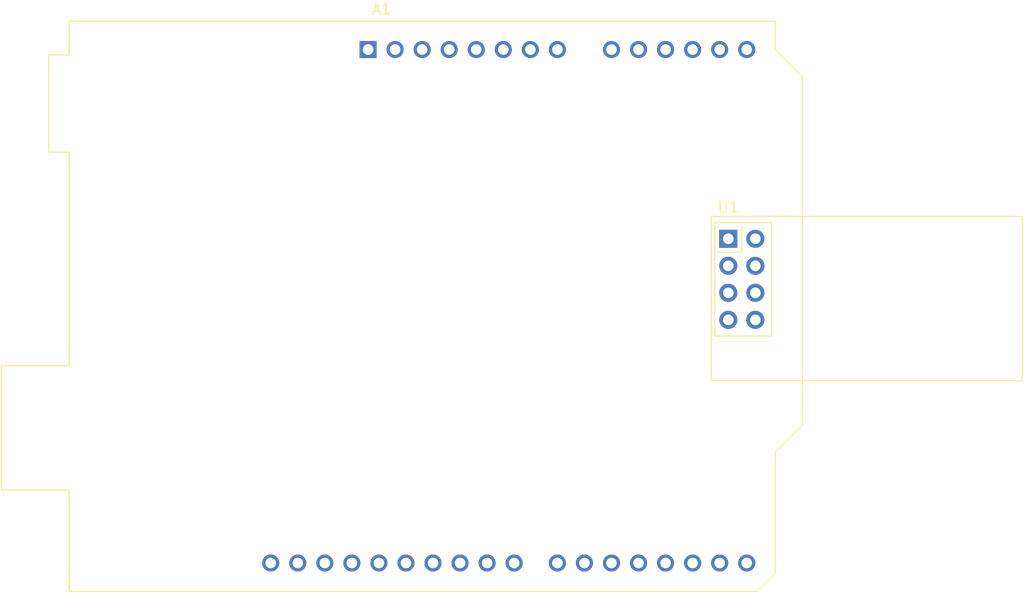
<source format=kicad_pcb>
(kicad_pcb (version 20211014) (generator pcbnew)
  (layers (0 "F.Cu" signal) (31 "B.Cu" signal) (34 "B.Paste" user) (35 "F.Paste" user) (36 "B.SilkS" user "B.Silkscreen") (37 "F.SilkS" user "F.Silkscreen") (38 "B.Mask" user) (39 "F.Mask" user) (44 "Edge.Cuts" user))
  (net 0 "")
  (net 1 "GND")
  (net 2 "Net-(A1-Pad4)")
  (net 3 "Net-(A1-Pad22)")
  (net 4 "Net-(A1-Pad23)")
  (net 5 "Net-(A1-Pad28)")
  (net 6 "Net-(A1-Pad27)")
  (net 7 "Net-(A1-Pad26)")
  (footprint "RF_Module:nRF24L01_Breakout" (layer "F.Cu") (at 177.8 81.28)
    (fp_text reference "U1" (at 0 -3) (layer "F.SilkS"))
    (fp_text value "NRF24L01_Breakout")
    (fp_line (start -1.6 -2.1) (end 27.6 -2.1) (layer "F.SilkS") (width 0.12))
    (fp_line (start -1.27 -1.524) (end 4.064 -1.524) (layer "F.SilkS") (width 0.12))
    (fp_line (start -1.27 9.144) (end -1.27 -1.524) (layer "F.SilkS") (width 0.12))
    (fp_line (start 4.064 -1.524) (end 4.064 9.144) (layer "F.SilkS") (width 0.12))
    (fp_line (start -1.6 13.35) (end -1.6 -2.1) (layer "F.SilkS") (width 0.12))
    (fp_line (start -1.27 -1.524) (end -1.27 -1.524) (layer "F.SilkS") (width 0.12))
    (fp_line (start 4.064 9.144) (end -1.27 9.144) (layer "F.SilkS") (width 0.12))
    (fp_line (start -1.6 -2.1) (end -1.6 -2.1) (layer "F.SilkS") (width 0.12))
    (fp_line (start 1.27 -1.016) (end 1.27 1.27) (layer "F.SilkS") (width 0.12))
    (fp_line (start -1.27 9.144) (end -1.27 9.144) (layer "F.SilkS") (width 0.12))
    (fp_line (start -1.016 1.27) (end -1.016 1.27) (layer "F.SilkS") (width 0.12))
    (fp_line (start 27.6 -2.1) (end 27.6 13.35) (layer "F.SilkS") (width 0.12))
    (fp_line (start 1.27 1.27) (end -1.016 1.27) (layer "F.SilkS") (width 0.12))
    (fp_line (start 27.6 13.35) (end -1.6 13.35) (layer "F.SilkS") (width 0.12))
    (pad "1" thru_hole rect (at 0 0) (size 1.7 1.7) (drill 1) (layers *.Cu *.Mask) (net 1 "GND"))
    (pad "2" thru_hole circle (at 2.54 0) (size 1.7 1.7) (drill 1) (layers *.Cu *.Mask) (net 2 "Net-(A1-Pad4)"))
    (pad "3" thru_hole circle (at 0 2.54) (size 1.7 1.7) (drill 1) (layers *.Cu *.Mask) (net 3 "Net-(A1-Pad22)"))
    (pad "4" thru_hole circle (at 2.54 2.54) (size 1.7 1.7) (drill 1) (layers *.Cu *.Mask) (net 4 "Net-(A1-Pad23)"))
    (pad "5" thru_hole circle (at 0 5.08) (size 1.7 1.7) (drill 1) (layers *.Cu *.Mask) (net 5 "Net-(A1-Pad28)"))
    (pad "6" thru_hole circle (at 2.54 5.08) (size 1.7 1.7) (drill 1) (layers *.Cu *.Mask) (net 6 "Net-(A1-Pad27)"))
    (pad "7" thru_hole circle (at 0 7.62) (size 1.7 1.7) (drill 1) (layers *.Cu *.Mask) (net 7 "Net-(A1-Pad26)"))
    (pad "8" thru_hole circle (at 2.54 7.62) (size 1.7 1.7) (drill 1) (layers *.Cu *.Mask))
  )
  (footprint "Module:Arduino_UNO_R3" (layer "F.Cu") (at 143.97 63.495)
    (fp_text reference "A1" (at 1.27 -3.81 180) (layer "F.SilkS"))
    (fp_text value "Arduino_UNO_R3")
    (fp_line (start -28.07 50.93) (end 36.58 50.93) (layer "F.SilkS") (width 0.12))
    (fp_line (start -28.07 9.65) (end -28.07 29.72) (layer "F.SilkS") (width 0.12))
    (fp_line (start -28.07 29.72) (end -34.42 29.72) (layer "F.SilkS") (width 0.12))
    (fp_line (start -28.07 0.51) (end -29.97 0.51) (layer "F.SilkS") (width 0.12))
    (fp_line (start 40.77 35.31) (end 40.77 2.54) (layer "F.SilkS") (width 0.12))
    (fp_line (start -34.42 41.4) (end -28.07 41.4) (layer "F.SilkS") (width 0.12))
    (fp_line (start 38.23 37.85) (end 40.77 35.31) (layer "F.SilkS") (width 0.12))
    (fp_line (start 38.23 0) (end 38.23 -2.67) (layer "F.SilkS") (width 0.12))
    (fp_line (start 40.77 2.54) (end 38.23 0) (layer "F.SilkS") (width 0.12))
    (fp_line (start -29.97 0.51) (end -29.97 9.65) (layer "F.SilkS") (width 0.12))
    (fp_line (start 38.23 -2.67) (end -28.07 -2.67) (layer "F.SilkS") (width 0.12))
    (fp_line (start -29.97 9.65) (end -28.07 9.65) (layer "F.SilkS") (width 0.12))
    (fp_line (start 36.58 50.93) (end 38.23 49.28) (layer "F.SilkS") (width 0.12))
    (fp_line (start -28.07 41.4) (end -28.07 50.93) (layer "F.SilkS") (width 0.12))
    (fp_line (start -34.42 29.72) (end -34.42 41.4) (layer "F.SilkS") (width 0.12))
    (fp_line (start -28.07 -2.67) (end -28.07 0.51) (layer "F.SilkS") (width 0.12))
    (fp_line (start 38.23 49.28) (end 38.23 37.85) (layer "F.SilkS") (width 0.12))
    (pad "1" thru_hole rect (at 0 0 90) (size 1.6 1.6) (drill 1) (layers *.Cu *.Mask))
    (pad "2" thru_hole oval (at 2.54 0 90) (size 1.6 1.6) (drill 1) (layers *.Cu *.Mask))
    (pad "3" thru_hole oval (at 5.08 0 90) (size 1.6 1.6) (drill 1) (layers *.Cu *.Mask))
    (pad "4" thru_hole oval (at 7.62 0 90) (size 1.6 1.6) (drill 1) (layers *.Cu *.Mask) (net 2 "Net-(A1-Pad4)"))
    (pad "5" thru_hole oval (at 10.16 0 90) (size 1.6 1.6) (drill 1) (layers *.Cu *.Mask))
    (pad "6" thru_hole oval (at 12.7 0 90) (size 1.6 1.6) (drill 1) (layers *.Cu *.Mask) (net 1 "GND"))
    (pad "7" thru_hole oval (at 15.24 0 90) (size 1.6 1.6) (drill 1) (layers *.Cu *.Mask))
    (pad "8" thru_hole oval (at 17.78 0 90) (size 1.6 1.6) (drill 1) (layers *.Cu *.Mask))
    (pad "9" thru_hole oval (at 22.86 0 90) (size 1.6 1.6) (drill 1) (layers *.Cu *.Mask))
    (pad "10" thru_hole oval (at 25.4 0 90) (size 1.6 1.6) (drill 1) (layers *.Cu *.Mask))
    (pad "11" thru_hole oval (at 27.94 0 90) (size 1.6 1.6) (drill 1) (layers *.Cu *.Mask))
    (pad "12" thru_hole oval (at 30.48 0 90) (size 1.6 1.6) (drill 1) (layers *.Cu *.Mask))
    (pad "13" thru_hole oval (at 33.02 0 90) (size 1.6 1.6) (drill 1) (layers *.Cu *.Mask))
    (pad "14" thru_hole oval (at 35.56 0 90) (size 1.6 1.6) (drill 1) (layers *.Cu *.Mask))
    (pad "15" thru_hole oval (at 35.56 48.26 90) (size 1.6 1.6) (drill 1) (layers *.Cu *.Mask))
    (pad "16" thru_hole oval (at 33.02 48.26 90) (size 1.6 1.6) (drill 1) (layers *.Cu *.Mask))
    (pad "17" thru_hole oval (at 30.48 48.26 90) (size 1.6 1.6) (drill 1) (layers *.Cu *.Mask))
    (pad "18" thru_hole oval (at 27.94 48.26 90) (size 1.6 1.6) (drill 1) (layers *.Cu *.Mask))
    (pad "19" thru_hole oval (at 25.4 48.26 90) (size 1.6 1.6) (drill 1) (layers *.Cu *.Mask))
    (pad "20" thru_hole oval (at 22.86 48.26 90) (size 1.6 1.6) (drill 1) (layers *.Cu *.Mask))
    (pad "21" thru_hole oval (at 20.32 48.26 90) (size 1.6 1.6) (drill 1) (layers *.Cu *.Mask))
    (pad "22" thru_hole oval (at 17.78 48.26 90) (size 1.6 1.6) (drill 1) (layers *.Cu *.Mask) (net 3 "Net-(A1-Pad22)"))
    (pad "23" thru_hole oval (at 13.72 48.26 90) (size 1.6 1.6) (drill 1) (layers *.Cu *.Mask) (net 4 "Net-(A1-Pad23)"))
    (pad "24" thru_hole oval (at 11.18 48.26 90) (size 1.6 1.6) (drill 1) (layers *.Cu *.Mask))
    (pad "25" thru_hole oval (at 8.64 48.26 90) (size 1.6 1.6) (drill 1) (layers *.Cu *.Mask))
    (pad "26" thru_hole oval (at 6.1 48.26 90) (size 1.6 1.6) (drill 1) (layers *.Cu *.Mask) (net 7 "Net-(A1-Pad26)"))
    (pad "27" thru_hole oval (at 3.56 48.26 90) (size 1.6 1.6) (drill 1) (layers *.Cu *.Mask) (net 6 "Net-(A1-Pad27)"))
    (pad "28" thru_hole oval (at 1.02 48.26 90) (size 1.6 1.6) (drill 1) (layers *.Cu *.Mask) (net 5 "Net-(A1-Pad28)"))
    (pad "29" thru_hole oval (at -1.52 48.26 90) (size 1.6 1.6) (drill 1) (layers *.Cu *.Mask))
    (pad "30" thru_hole oval (at -4.06 48.26 90) (size 1.6 1.6) (drill 1) (layers *.Cu *.Mask))
    (pad "31" thru_hole oval (at -6.6 48.26 90) (size 1.6 1.6) (drill 1) (layers *.Cu *.Mask))
    (pad "32" thru_hole oval (at -9.14 48.26 90) (size 1.6 1.6) (drill 1) (layers *.Cu *.Mask))
  )
)
</source>
